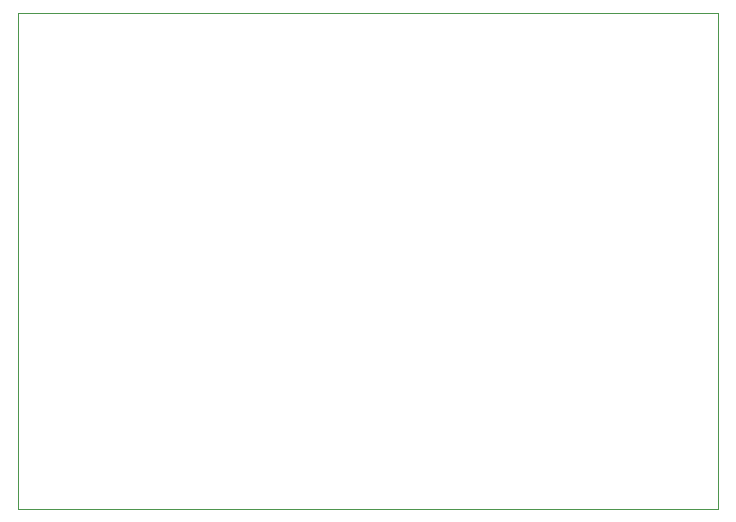
<source format=gbr>
%TF.GenerationSoftware,KiCad,Pcbnew,9.0.3*%
%TF.CreationDate,2025-08-10T23:59:10-04:00*%
%TF.ProjectId,Hydra_Driver_Shield,48796472-615f-4447-9269-7665725f5368,rev?*%
%TF.SameCoordinates,Original*%
%TF.FileFunction,Profile,NP*%
%FSLAX46Y46*%
G04 Gerber Fmt 4.6, Leading zero omitted, Abs format (unit mm)*
G04 Created by KiCad (PCBNEW 9.0.3) date 2025-08-10 23:59:10*
%MOMM*%
%LPD*%
G01*
G04 APERTURE LIST*
%TA.AperFunction,Profile*%
%ADD10C,0.100000*%
%TD*%
G04 APERTURE END LIST*
D10*
X0Y0D02*
X59250000Y0D01*
X59250000Y-42000000D01*
X0Y-42000000D01*
X0Y0D01*
M02*

</source>
